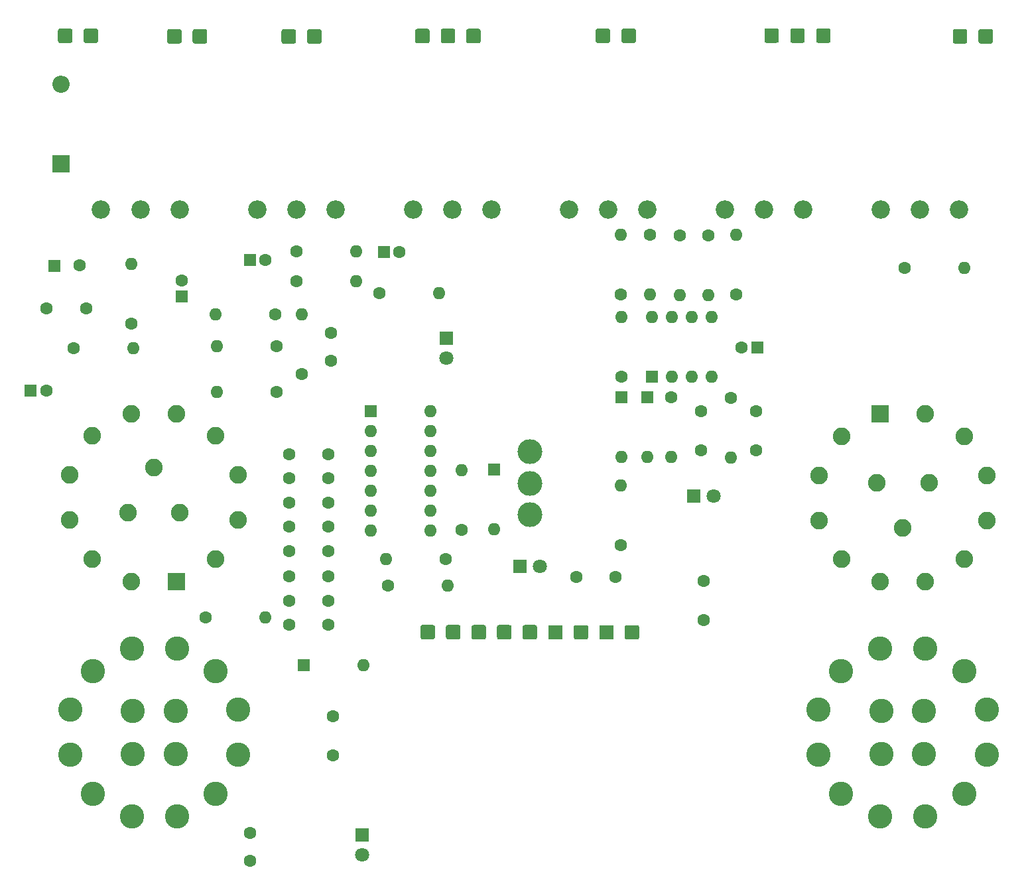
<source format=gbr>
G04 #@! TF.GenerationSoftware,KiCad,Pcbnew,5.1.7*
G04 #@! TF.CreationDate,2020-10-09T10:13:05+01:00*
G04 #@! TF.ProjectId,EnvelopeFollower,456e7665-6c6f-4706-9546-6f6c6c6f7765,V2.0*
G04 #@! TF.SameCoordinates,Original*
G04 #@! TF.FileFunction,Soldermask,Top*
G04 #@! TF.FilePolarity,Negative*
%FSLAX46Y46*%
G04 Gerber Fmt 4.6, Leading zero omitted, Abs format (unit mm)*
G04 Created by KiCad (PCBNEW 5.1.7) date 2020-10-09 10:13:05*
%MOMM*%
%LPD*%
G01*
G04 APERTURE LIST*
%ADD10R,1.600000X1.600000*%
%ADD11C,1.600000*%
%ADD12O,1.600000X1.600000*%
%ADD13R,2.200000X2.200000*%
%ADD14O,2.200000X2.200000*%
%ADD15C,1.800000*%
%ADD16R,1.800000X1.800000*%
%ADD17C,2.340000*%
%ADD18C,2.250000*%
%ADD19R,2.250000X2.250000*%
%ADD20C,3.098800*%
%ADD21C,3.166800*%
G04 APERTURE END LIST*
D10*
X71516240Y-70650100D03*
D11*
X74739500Y-70617080D03*
X155003500Y-66748660D03*
D12*
X155003500Y-74368660D03*
D11*
X115550700Y-68917820D03*
D10*
X113550700Y-68917820D03*
D11*
X75528180Y-76123800D03*
X70528180Y-76123800D03*
X154373580Y-110910360D03*
X154373580Y-115910360D03*
D10*
X87757000Y-74531220D03*
D11*
X87757000Y-72531220D03*
X101493320Y-107106720D03*
X106493320Y-107106720D03*
X106495860Y-110266480D03*
X101495860Y-110266480D03*
X101498400Y-113395760D03*
X106498400Y-113395760D03*
X101494580Y-116471700D03*
X106494580Y-116471700D03*
X101471720Y-103987600D03*
X106471720Y-103987600D03*
X106466640Y-100883720D03*
X101466640Y-100883720D03*
X101456480Y-97784920D03*
X106456480Y-97784920D03*
X101467920Y-94686120D03*
X106467920Y-94686120D03*
X98441260Y-69900800D03*
D10*
X96441260Y-69900800D03*
D11*
X107104180Y-133177280D03*
X107104180Y-128177280D03*
X143167100Y-110342680D03*
X138167100Y-110342680D03*
D10*
X68475860Y-86583520D03*
D11*
X70475860Y-86583520D03*
X161122360Y-89181940D03*
X161122360Y-94181940D03*
X154045920Y-89181940D03*
X154045920Y-94181940D03*
D10*
X161252920Y-81117440D03*
D11*
X159252920Y-81117440D03*
D13*
X72329040Y-57640220D03*
D14*
X72329040Y-47480220D03*
D12*
X110967520Y-121630440D03*
D10*
X103347520Y-121630440D03*
X127614680Y-96652080D03*
D12*
X127614680Y-104272080D03*
D10*
X147193000Y-87475060D03*
D12*
X147193000Y-95095060D03*
X143870680Y-95089980D03*
D10*
X143870680Y-87469980D03*
D15*
X155630880Y-100063300D03*
D16*
X153090880Y-100063300D03*
X130901440Y-109044740D03*
D15*
X133441440Y-109044740D03*
G36*
G01*
X117550760Y-42005881D02*
X117550760Y-40655879D01*
G75*
G02*
X117800759Y-40405880I249999J0D01*
G01*
X119150761Y-40405880D01*
G75*
G02*
X119400760Y-40655879I0J-249999D01*
G01*
X119400760Y-42005881D01*
G75*
G02*
X119150761Y-42255880I-249999J0D01*
G01*
X117800759Y-42255880D01*
G75*
G02*
X117550760Y-42005881I0J249999D01*
G01*
G37*
G36*
G01*
X124759280Y-118114441D02*
X124759280Y-116764439D01*
G75*
G02*
X125009279Y-116514440I249999J0D01*
G01*
X126359281Y-116514440D01*
G75*
G02*
X126609280Y-116764439I0J-249999D01*
G01*
X126609280Y-118114441D01*
G75*
G02*
X126359281Y-118364440I-249999J0D01*
G01*
X125009279Y-118364440D01*
G75*
G02*
X124759280Y-118114441I0J249999D01*
G01*
G37*
G36*
G01*
X71955220Y-41977941D02*
X71955220Y-40627939D01*
G75*
G02*
X72205219Y-40377940I249999J0D01*
G01*
X73555221Y-40377940D01*
G75*
G02*
X73805220Y-40627939I0J-249999D01*
G01*
X73805220Y-41977941D01*
G75*
G02*
X73555221Y-42227940I-249999J0D01*
G01*
X72205219Y-42227940D01*
G75*
G02*
X71955220Y-41977941I0J249999D01*
G01*
G37*
G36*
G01*
X75224200Y-41980481D02*
X75224200Y-40630479D01*
G75*
G02*
X75474199Y-40380480I249999J0D01*
G01*
X76824201Y-40380480D01*
G75*
G02*
X77074200Y-40630479I0J-249999D01*
G01*
X77074200Y-41980481D01*
G75*
G02*
X76824201Y-42230480I-249999J0D01*
G01*
X75474199Y-42230480D01*
G75*
G02*
X75224200Y-41980481I0J249999D01*
G01*
G37*
G36*
G01*
X140611420Y-41977941D02*
X140611420Y-40627939D01*
G75*
G02*
X140861419Y-40377940I249999J0D01*
G01*
X142211421Y-40377940D01*
G75*
G02*
X142461420Y-40627939I0J-249999D01*
G01*
X142461420Y-41977941D01*
G75*
G02*
X142211421Y-42227940I-249999J0D01*
G01*
X140861419Y-42227940D01*
G75*
G02*
X140611420Y-41977941I0J249999D01*
G01*
G37*
G36*
G01*
X120827360Y-42003341D02*
X120827360Y-40653339D01*
G75*
G02*
X121077359Y-40403340I249999J0D01*
G01*
X122427361Y-40403340D01*
G75*
G02*
X122677360Y-40653339I0J-249999D01*
G01*
X122677360Y-42003341D01*
G75*
G02*
X122427361Y-42253340I-249999J0D01*
G01*
X121077359Y-42253340D01*
G75*
G02*
X120827360Y-42003341I0J249999D01*
G01*
G37*
G36*
G01*
X124078560Y-42005881D02*
X124078560Y-40655879D01*
G75*
G02*
X124328559Y-40405880I249999J0D01*
G01*
X125678561Y-40405880D01*
G75*
G02*
X125928560Y-40655879I0J-249999D01*
G01*
X125928560Y-42005881D01*
G75*
G02*
X125678561Y-42255880I-249999J0D01*
G01*
X124328559Y-42255880D01*
G75*
G02*
X124078560Y-42005881I0J249999D01*
G01*
G37*
G36*
G01*
X143888020Y-41977941D02*
X143888020Y-40627939D01*
G75*
G02*
X144138019Y-40377940I249999J0D01*
G01*
X145488021Y-40377940D01*
G75*
G02*
X145738020Y-40627939I0J-249999D01*
G01*
X145738020Y-41977941D01*
G75*
G02*
X145488021Y-42227940I-249999J0D01*
G01*
X144138019Y-42227940D01*
G75*
G02*
X143888020Y-41977941I0J249999D01*
G01*
G37*
G36*
G01*
X121497920Y-118109361D02*
X121497920Y-116759359D01*
G75*
G02*
X121747919Y-116509360I249999J0D01*
G01*
X123097921Y-116509360D01*
G75*
G02*
X123347920Y-116759359I0J-249999D01*
G01*
X123347920Y-118109361D01*
G75*
G02*
X123097921Y-118359360I-249999J0D01*
G01*
X121747919Y-118359360D01*
G75*
G02*
X121497920Y-118109361I0J249999D01*
G01*
G37*
G36*
G01*
X85894740Y-42041441D02*
X85894740Y-40691439D01*
G75*
G02*
X86144739Y-40441440I249999J0D01*
G01*
X87494741Y-40441440D01*
G75*
G02*
X87744740Y-40691439I0J-249999D01*
G01*
X87744740Y-42041441D01*
G75*
G02*
X87494741Y-42291440I-249999J0D01*
G01*
X86144739Y-42291440D01*
G75*
G02*
X85894740Y-42041441I0J249999D01*
G01*
G37*
G36*
G01*
X89156100Y-42043981D02*
X89156100Y-40693979D01*
G75*
G02*
X89406099Y-40443980I249999J0D01*
G01*
X90756101Y-40443980D01*
G75*
G02*
X91006100Y-40693979I0J-249999D01*
G01*
X91006100Y-42043981D01*
G75*
G02*
X90756101Y-42293980I-249999J0D01*
G01*
X89406099Y-42293980D01*
G75*
G02*
X89156100Y-42043981I0J249999D01*
G01*
G37*
G36*
G01*
X103758560Y-42051601D02*
X103758560Y-40701599D01*
G75*
G02*
X104008559Y-40451600I249999J0D01*
G01*
X105358561Y-40451600D01*
G75*
G02*
X105608560Y-40701599I0J-249999D01*
G01*
X105608560Y-42051601D01*
G75*
G02*
X105358561Y-42301600I-249999J0D01*
G01*
X104008559Y-42301600D01*
G75*
G02*
X103758560Y-42051601I0J249999D01*
G01*
G37*
G36*
G01*
X118241640Y-118104281D02*
X118241640Y-116754279D01*
G75*
G02*
X118491639Y-116504280I249999J0D01*
G01*
X119841641Y-116504280D01*
G75*
G02*
X120091640Y-116754279I0J-249999D01*
G01*
X120091640Y-118104281D01*
G75*
G02*
X119841641Y-118354280I-249999J0D01*
G01*
X118491639Y-118354280D01*
G75*
G02*
X118241640Y-118104281I0J249999D01*
G01*
G37*
G36*
G01*
X100489580Y-42051601D02*
X100489580Y-40701599D01*
G75*
G02*
X100739579Y-40451600I249999J0D01*
G01*
X102089581Y-40451600D01*
G75*
G02*
X102339580Y-40701599I0J-249999D01*
G01*
X102339580Y-42051601D01*
G75*
G02*
X102089581Y-42301600I-249999J0D01*
G01*
X100739579Y-42301600D01*
G75*
G02*
X100489580Y-42051601I0J249999D01*
G01*
G37*
G36*
G01*
X162143000Y-41937301D02*
X162143000Y-40587299D01*
G75*
G02*
X162392999Y-40337300I249999J0D01*
G01*
X163743001Y-40337300D01*
G75*
G02*
X163993000Y-40587299I0J-249999D01*
G01*
X163993000Y-41937301D01*
G75*
G02*
X163743001Y-42187300I-249999J0D01*
G01*
X162392999Y-42187300D01*
G75*
G02*
X162143000Y-41937301I0J249999D01*
G01*
G37*
G36*
G01*
X165452620Y-41947461D02*
X165452620Y-40597459D01*
G75*
G02*
X165702619Y-40347460I249999J0D01*
G01*
X167052621Y-40347460D01*
G75*
G02*
X167302620Y-40597459I0J-249999D01*
G01*
X167302620Y-41947461D01*
G75*
G02*
X167052621Y-42197460I-249999J0D01*
G01*
X165702619Y-42197460D01*
G75*
G02*
X165452620Y-41947461I0J249999D01*
G01*
G37*
G36*
G01*
X168749540Y-41942381D02*
X168749540Y-40592379D01*
G75*
G02*
X168999539Y-40342380I249999J0D01*
G01*
X170349541Y-40342380D01*
G75*
G02*
X170599540Y-40592379I0J-249999D01*
G01*
X170599540Y-41942381D01*
G75*
G02*
X170349541Y-42192380I-249999J0D01*
G01*
X168999539Y-42192380D01*
G75*
G02*
X168749540Y-41942381I0J249999D01*
G01*
G37*
G36*
G01*
X186191720Y-42033821D02*
X186191720Y-40683819D01*
G75*
G02*
X186441719Y-40433820I249999J0D01*
G01*
X187791721Y-40433820D01*
G75*
G02*
X188041720Y-40683819I0J-249999D01*
G01*
X188041720Y-42033821D01*
G75*
G02*
X187791721Y-42283820I-249999J0D01*
G01*
X186441719Y-42283820D01*
G75*
G02*
X186191720Y-42033821I0J249999D01*
G01*
G37*
G36*
G01*
X189463240Y-42038901D02*
X189463240Y-40688899D01*
G75*
G02*
X189713239Y-40438900I249999J0D01*
G01*
X191063241Y-40438900D01*
G75*
G02*
X191313240Y-40688899I0J-249999D01*
G01*
X191313240Y-42038901D01*
G75*
G02*
X191063241Y-42288900I-249999J0D01*
G01*
X189713239Y-42288900D01*
G75*
G02*
X189463240Y-42038901I0J249999D01*
G01*
G37*
G36*
G01*
X134545900Y-118124601D02*
X134545900Y-116774599D01*
G75*
G02*
X134795899Y-116524600I249999J0D01*
G01*
X136145901Y-116524600D01*
G75*
G02*
X136395900Y-116774599I0J-249999D01*
G01*
X136395900Y-118124601D01*
G75*
G02*
X136145901Y-118374600I-249999J0D01*
G01*
X134795899Y-118374600D01*
G75*
G02*
X134545900Y-118124601I0J249999D01*
G01*
G37*
G36*
G01*
X131282000Y-118120821D02*
X131282000Y-116770819D01*
G75*
G02*
X131531999Y-116520820I249999J0D01*
G01*
X132882001Y-116520820D01*
G75*
G02*
X133132000Y-116770819I0J-249999D01*
G01*
X133132000Y-118120821D01*
G75*
G02*
X132882001Y-118370820I-249999J0D01*
G01*
X131531999Y-118370820D01*
G75*
G02*
X131282000Y-118120821I0J249999D01*
G01*
G37*
G36*
G01*
X128018100Y-118119521D02*
X128018100Y-116769519D01*
G75*
G02*
X128268099Y-116519520I249999J0D01*
G01*
X129618101Y-116519520D01*
G75*
G02*
X129868100Y-116769519I0J-249999D01*
G01*
X129868100Y-118119521D01*
G75*
G02*
X129618101Y-118369520I-249999J0D01*
G01*
X128268099Y-118369520D01*
G75*
G02*
X128018100Y-118119521I0J249999D01*
G01*
G37*
G36*
G01*
X137804720Y-118127141D02*
X137804720Y-116777139D01*
G75*
G02*
X138054719Y-116527140I249999J0D01*
G01*
X139404721Y-116527140D01*
G75*
G02*
X139654720Y-116777139I0J-249999D01*
G01*
X139654720Y-118127141D01*
G75*
G02*
X139404721Y-118377140I-249999J0D01*
G01*
X138054719Y-118377140D01*
G75*
G02*
X137804720Y-118127141I0J249999D01*
G01*
G37*
G36*
G01*
X141063540Y-118132221D02*
X141063540Y-116782219D01*
G75*
G02*
X141313539Y-116532220I249999J0D01*
G01*
X142663541Y-116532220D01*
G75*
G02*
X142913540Y-116782219I0J-249999D01*
G01*
X142913540Y-118132221D01*
G75*
G02*
X142663541Y-118382220I-249999J0D01*
G01*
X141313539Y-118382220D01*
G75*
G02*
X141063540Y-118132221I0J249999D01*
G01*
G37*
G36*
G01*
X144314740Y-118132221D02*
X144314740Y-116782219D01*
G75*
G02*
X144564739Y-116532220I249999J0D01*
G01*
X145914741Y-116532220D01*
G75*
G02*
X146164740Y-116782219I0J-249999D01*
G01*
X146164740Y-118132221D01*
G75*
G02*
X145914741Y-118382220I-249999J0D01*
G01*
X144564739Y-118382220D01*
G75*
G02*
X144314740Y-118132221I0J249999D01*
G01*
G37*
D12*
X120604280Y-74173080D03*
D11*
X112984280Y-74173080D03*
D12*
X110030260Y-68783200D03*
D11*
X102410260Y-68783200D03*
X102405180Y-72656700D03*
D12*
X110025180Y-72656700D03*
X143807180Y-98676460D03*
D11*
X143807180Y-106296460D03*
X73982580Y-81211420D03*
D12*
X81602580Y-81211420D03*
D11*
X81361280Y-78005940D03*
D12*
X81361280Y-70385940D03*
X103078280Y-76888340D03*
D11*
X103078280Y-84508340D03*
X99839780Y-86746080D03*
D12*
X92219780Y-86746080D03*
X98404680Y-115536980D03*
D11*
X90784680Y-115536980D03*
D12*
X113870740Y-108061760D03*
D11*
X121490740Y-108061760D03*
D12*
X121704100Y-111450120D03*
D11*
X114084100Y-111450120D03*
D12*
X187678060Y-70904100D03*
D11*
X180058060Y-70904100D03*
X99847400Y-80904080D03*
D12*
X92227400Y-80904080D03*
X92102940Y-76814680D03*
D11*
X99722940Y-76814680D03*
D12*
X157838140Y-95145860D03*
D11*
X157838140Y-87525860D03*
X150256240Y-87475060D03*
D12*
X150256240Y-95095060D03*
X143934180Y-77213460D03*
D11*
X143934180Y-84833460D03*
X158572200Y-74355960D03*
D12*
X158572200Y-66735960D03*
D11*
X151328120Y-66748660D03*
D12*
X151328120Y-74368660D03*
D11*
X147540980Y-66710560D03*
D12*
X147540980Y-74330560D03*
D11*
X143830040Y-74355960D03*
D12*
X143830040Y-66735960D03*
D11*
X123489720Y-104333040D03*
D12*
X123489720Y-96713040D03*
D17*
X117276700Y-63505080D03*
X122276700Y-63505080D03*
X127276700Y-63505080D03*
X186981940Y-63497460D03*
X181981940Y-63497460D03*
X176981940Y-63497460D03*
X77470000Y-63500000D03*
X82470000Y-63500000D03*
X87470000Y-63500000D03*
X167086120Y-63502540D03*
X162086120Y-63502540D03*
X157086120Y-63502540D03*
X137180140Y-63502540D03*
X142180140Y-63502540D03*
X147180140Y-63502540D03*
X107373260Y-63515240D03*
X102373260Y-63515240D03*
X97373260Y-63515240D03*
D18*
X80867000Y-102160960D03*
X84201000Y-96385960D03*
X87535000Y-102160960D03*
X81331000Y-110955960D03*
X76351000Y-108085960D03*
X73481000Y-103105960D03*
X73481000Y-97365960D03*
X76351000Y-92385960D03*
X81331000Y-89515960D03*
X87071000Y-89515960D03*
X92051000Y-92385960D03*
X94921000Y-97365960D03*
X94921000Y-103105960D03*
X92051000Y-108085960D03*
D19*
X87071000Y-110955960D03*
X176949300Y-89556600D03*
D18*
X171969300Y-92426600D03*
X169099300Y-97406600D03*
X169099300Y-103146600D03*
X171969300Y-108126600D03*
X176949300Y-110996600D03*
X182689300Y-110996600D03*
X187669300Y-108126600D03*
X190539300Y-103146600D03*
X190539300Y-97406600D03*
X187669300Y-92426600D03*
X182689300Y-89556600D03*
X176485300Y-98351600D03*
X179819300Y-104126600D03*
X183153300Y-98351600D03*
D20*
X177073840Y-127497840D03*
X182524680Y-127497840D03*
X182524680Y-132948680D03*
X177073840Y-132948680D03*
X169075380Y-127347980D03*
X171948120Y-122372120D03*
X176923980Y-119499380D03*
X182674540Y-119499380D03*
X187650400Y-122372120D03*
X190523140Y-127347980D03*
X190523140Y-133098540D03*
X187650400Y-138074400D03*
X182674540Y-140947140D03*
X176923980Y-140947140D03*
X171948120Y-138074400D03*
X169075380Y-133098540D03*
X94980760Y-127355600D03*
X92108020Y-122379740D03*
X87132160Y-119507000D03*
X81381600Y-119507000D03*
X76405740Y-122379740D03*
X73533000Y-127355600D03*
X73533000Y-133106160D03*
X76405740Y-138082020D03*
X81381600Y-140954760D03*
X87132160Y-140954760D03*
X92108020Y-138082020D03*
X94980760Y-133106160D03*
X86982300Y-127505460D03*
X81531460Y-127505460D03*
X81531460Y-132956300D03*
X86982300Y-132956300D03*
D10*
X111897160Y-89222580D03*
D12*
X119517160Y-104462580D03*
X111897160Y-91762580D03*
X119517160Y-101922580D03*
X111897160Y-94302580D03*
X119517160Y-99382580D03*
X111897160Y-96842580D03*
X119517160Y-96842580D03*
X111897160Y-99382580D03*
X119517160Y-94302580D03*
X111897160Y-101922580D03*
X119517160Y-91762580D03*
X111897160Y-104462580D03*
X119517160Y-89222580D03*
D10*
X147764500Y-84846160D03*
D12*
X155384500Y-77226160D03*
X150304500Y-84846160D03*
X152844500Y-77226160D03*
X152844500Y-84846160D03*
X150304500Y-77226160D03*
X155384500Y-84846160D03*
X147764500Y-77226160D03*
D15*
X121551700Y-82468720D03*
D16*
X121551700Y-79928720D03*
D11*
X106847640Y-79248000D03*
X106847640Y-82748000D03*
D16*
X110777020Y-143355060D03*
D15*
X110777020Y-145895060D03*
D11*
X96466660Y-146593440D03*
X96466660Y-143093440D03*
D21*
X132204460Y-94407300D03*
X132204460Y-98407300D03*
X132204460Y-102407300D03*
M02*

</source>
